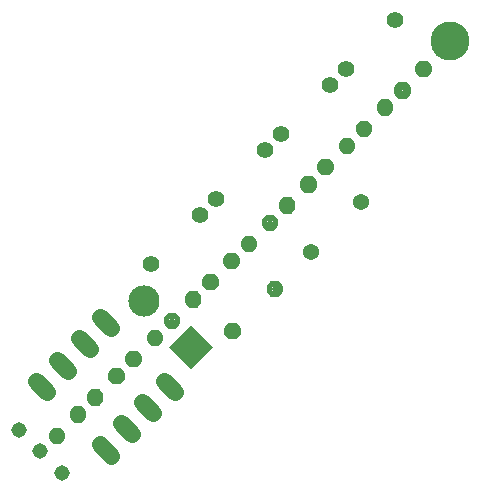
<source format=gbs>
G75*
G70*
%OFA0B0*%
%FSLAX24Y24*%
%IPPOS*%
%LPD*%
%AMOC8*
5,1,8,0,0,1.08239X$1,22.5*
%
%ADD10C,0.1300*%
%ADD11C,0.0560*%
%ADD12C,0.0112*%
%ADD13R,0.1040X0.1040*%
%ADD14C,0.1040*%
%ADD15C,0.0540*%
%ADD16C,0.0560*%
%ADD17C,0.0516*%
D10*
X018631Y018631D03*
D11*
X009072Y007318D02*
X009440Y006951D01*
X008733Y006244D02*
X008365Y006611D01*
X007658Y005904D02*
X008026Y005537D01*
X007318Y004829D02*
X006951Y005197D01*
X005197Y006951D02*
X004829Y007318D01*
X005537Y008026D02*
X005904Y007658D01*
X006611Y008365D02*
X006244Y008733D01*
X006951Y009440D02*
X007318Y009072D01*
D12*
X007894Y008024D02*
X007838Y007968D01*
X007838Y008154D01*
X007968Y008284D01*
X008154Y008284D01*
X008284Y008154D01*
X008284Y007968D01*
X008154Y007838D01*
X007968Y007838D01*
X007838Y007968D01*
X007922Y008003D01*
X007922Y008119D01*
X008003Y008200D01*
X008119Y008200D01*
X008200Y008119D01*
X008200Y008003D01*
X008119Y007922D01*
X008003Y007922D01*
X007922Y008003D01*
X008006Y008038D01*
X008006Y008084D01*
X008038Y008116D01*
X008084Y008116D01*
X008116Y008084D01*
X008116Y008038D01*
X008084Y008006D01*
X008038Y008006D01*
X008006Y008038D01*
X007321Y007451D02*
X007265Y007395D01*
X007265Y007581D01*
X007395Y007711D01*
X007581Y007711D01*
X007711Y007581D01*
X007711Y007395D01*
X007581Y007265D01*
X007395Y007265D01*
X007265Y007395D01*
X007349Y007430D01*
X007349Y007546D01*
X007430Y007627D01*
X007546Y007627D01*
X007627Y007546D01*
X007627Y007430D01*
X007546Y007349D01*
X007430Y007349D01*
X007349Y007430D01*
X007433Y007465D01*
X007433Y007511D01*
X007465Y007543D01*
X007511Y007543D01*
X007543Y007511D01*
X007543Y007465D01*
X007511Y007433D01*
X007465Y007433D01*
X007433Y007465D01*
X006614Y006744D02*
X006558Y006688D01*
X006558Y006874D01*
X006688Y007004D01*
X006874Y007004D01*
X007004Y006874D01*
X007004Y006688D01*
X006874Y006558D01*
X006688Y006558D01*
X006558Y006688D01*
X006642Y006723D01*
X006642Y006839D01*
X006723Y006920D01*
X006839Y006920D01*
X006920Y006839D01*
X006920Y006723D01*
X006839Y006642D01*
X006723Y006642D01*
X006642Y006723D01*
X006726Y006758D01*
X006726Y006804D01*
X006758Y006836D01*
X006804Y006836D01*
X006836Y006804D01*
X006836Y006758D01*
X006804Y006726D01*
X006758Y006726D01*
X006726Y006758D01*
X006042Y006172D02*
X005986Y006116D01*
X005986Y006302D01*
X006116Y006432D01*
X006302Y006432D01*
X006432Y006302D01*
X006432Y006116D01*
X006302Y005986D01*
X006116Y005986D01*
X005986Y006116D01*
X006070Y006151D01*
X006070Y006267D01*
X006151Y006348D01*
X006267Y006348D01*
X006348Y006267D01*
X006348Y006151D01*
X006267Y006070D01*
X006151Y006070D01*
X006070Y006151D01*
X006154Y006186D01*
X006154Y006232D01*
X006186Y006264D01*
X006232Y006264D01*
X006264Y006232D01*
X006264Y006186D01*
X006232Y006154D01*
X006186Y006154D01*
X006154Y006186D01*
X005335Y005465D02*
X005279Y005409D01*
X005279Y005595D01*
X005409Y005725D01*
X005595Y005725D01*
X005725Y005595D01*
X005725Y005409D01*
X005595Y005279D01*
X005409Y005279D01*
X005279Y005409D01*
X005363Y005444D01*
X005363Y005560D01*
X005444Y005641D01*
X005560Y005641D01*
X005641Y005560D01*
X005641Y005444D01*
X005560Y005363D01*
X005444Y005363D01*
X005363Y005444D01*
X005447Y005479D01*
X005447Y005525D01*
X005479Y005557D01*
X005525Y005557D01*
X005557Y005525D01*
X005557Y005479D01*
X005525Y005447D01*
X005479Y005447D01*
X005447Y005479D01*
X008601Y008731D02*
X008545Y008675D01*
X008545Y008861D01*
X008675Y008991D01*
X008861Y008991D01*
X008991Y008861D01*
X008991Y008675D01*
X008861Y008545D01*
X008675Y008545D01*
X008545Y008675D01*
X008629Y008710D01*
X008629Y008826D01*
X008710Y008907D01*
X008826Y008907D01*
X008907Y008826D01*
X008907Y008710D01*
X008826Y008629D01*
X008710Y008629D01*
X008629Y008710D01*
X008713Y008745D01*
X008713Y008791D01*
X008745Y008823D01*
X008791Y008823D01*
X008823Y008791D01*
X008823Y008745D01*
X008791Y008713D01*
X008745Y008713D01*
X008713Y008745D01*
X009173Y009303D02*
X009117Y009247D01*
X009117Y009433D01*
X009247Y009563D01*
X009433Y009563D01*
X009563Y009433D01*
X009563Y009247D01*
X009433Y009117D01*
X009247Y009117D01*
X009117Y009247D01*
X009201Y009282D01*
X009201Y009398D01*
X009282Y009479D01*
X009398Y009479D01*
X009479Y009398D01*
X009479Y009282D01*
X009398Y009201D01*
X009282Y009201D01*
X009201Y009282D01*
X009285Y009317D01*
X009285Y009363D01*
X009317Y009395D01*
X009363Y009395D01*
X009395Y009363D01*
X009395Y009317D01*
X009363Y009285D01*
X009317Y009285D01*
X009285Y009317D01*
X009880Y010010D02*
X009824Y009954D01*
X009824Y010140D01*
X009954Y010270D01*
X010140Y010270D01*
X010270Y010140D01*
X010270Y009954D01*
X010140Y009824D01*
X009954Y009824D01*
X009824Y009954D01*
X009908Y009989D01*
X009908Y010105D01*
X009989Y010186D01*
X010105Y010186D01*
X010186Y010105D01*
X010186Y009989D01*
X010105Y009908D01*
X009989Y009908D01*
X009908Y009989D01*
X009992Y010024D01*
X009992Y010070D01*
X010024Y010102D01*
X010070Y010102D01*
X010102Y010070D01*
X010102Y010024D01*
X010070Y009992D01*
X010024Y009992D01*
X009992Y010024D01*
X010453Y010583D02*
X010397Y010527D01*
X010397Y010713D01*
X010527Y010843D01*
X010713Y010843D01*
X010843Y010713D01*
X010843Y010527D01*
X010713Y010397D01*
X010527Y010397D01*
X010397Y010527D01*
X010481Y010562D01*
X010481Y010678D01*
X010562Y010759D01*
X010678Y010759D01*
X010759Y010678D01*
X010759Y010562D01*
X010678Y010481D01*
X010562Y010481D01*
X010481Y010562D01*
X010565Y010597D01*
X010565Y010643D01*
X010597Y010675D01*
X010643Y010675D01*
X010675Y010643D01*
X010675Y010597D01*
X010643Y010565D01*
X010597Y010565D01*
X010565Y010597D01*
X011160Y011290D02*
X011104Y011234D01*
X011104Y011420D01*
X011234Y011550D01*
X011420Y011550D01*
X011550Y011420D01*
X011550Y011234D01*
X011420Y011104D01*
X011234Y011104D01*
X011104Y011234D01*
X011188Y011269D01*
X011188Y011385D01*
X011269Y011466D01*
X011385Y011466D01*
X011466Y011385D01*
X011466Y011269D01*
X011385Y011188D01*
X011269Y011188D01*
X011188Y011269D01*
X011272Y011304D01*
X011272Y011350D01*
X011304Y011382D01*
X011350Y011382D01*
X011382Y011350D01*
X011382Y011304D01*
X011350Y011272D01*
X011304Y011272D01*
X011272Y011304D01*
X011732Y011862D02*
X011676Y011806D01*
X011676Y011992D01*
X011806Y012122D01*
X011992Y012122D01*
X012122Y011992D01*
X012122Y011806D01*
X011992Y011676D01*
X011806Y011676D01*
X011676Y011806D01*
X011760Y011841D01*
X011760Y011957D01*
X011841Y012038D01*
X011957Y012038D01*
X012038Y011957D01*
X012038Y011841D01*
X011957Y011760D01*
X011841Y011760D01*
X011760Y011841D01*
X011844Y011876D01*
X011844Y011922D01*
X011876Y011954D01*
X011922Y011954D01*
X011954Y011922D01*
X011954Y011876D01*
X011922Y011844D01*
X011876Y011844D01*
X011844Y011876D01*
X012439Y012569D02*
X012383Y012513D01*
X012383Y012699D01*
X012513Y012829D01*
X012699Y012829D01*
X012829Y012699D01*
X012829Y012513D01*
X012699Y012383D01*
X012513Y012383D01*
X012383Y012513D01*
X012467Y012548D01*
X012467Y012664D01*
X012548Y012745D01*
X012664Y012745D01*
X012745Y012664D01*
X012745Y012548D01*
X012664Y012467D01*
X012548Y012467D01*
X012467Y012548D01*
X012551Y012583D01*
X012551Y012629D01*
X012583Y012661D01*
X012629Y012661D01*
X012661Y012629D01*
X012661Y012583D01*
X012629Y012551D01*
X012583Y012551D01*
X012551Y012583D01*
X013012Y013142D02*
X012956Y013086D01*
X012956Y013272D01*
X013086Y013402D01*
X013272Y013402D01*
X013402Y013272D01*
X013402Y013086D01*
X013272Y012956D01*
X013086Y012956D01*
X012956Y013086D01*
X013040Y013121D01*
X013040Y013237D01*
X013121Y013318D01*
X013237Y013318D01*
X013318Y013237D01*
X013318Y013121D01*
X013237Y013040D01*
X013121Y013040D01*
X013040Y013121D01*
X013124Y013156D01*
X013124Y013202D01*
X013156Y013234D01*
X013202Y013234D01*
X013234Y013202D01*
X013234Y013156D01*
X013202Y013124D01*
X013156Y013124D01*
X013124Y013156D01*
X013719Y013849D02*
X013663Y013793D01*
X013663Y013979D01*
X013793Y014109D01*
X013979Y014109D01*
X014109Y013979D01*
X014109Y013793D01*
X013979Y013663D01*
X013793Y013663D01*
X013663Y013793D01*
X013747Y013828D01*
X013747Y013944D01*
X013828Y014025D01*
X013944Y014025D01*
X014025Y013944D01*
X014025Y013828D01*
X013944Y013747D01*
X013828Y013747D01*
X013747Y013828D01*
X013831Y013863D01*
X013831Y013909D01*
X013863Y013941D01*
X013909Y013941D01*
X013941Y013909D01*
X013941Y013863D01*
X013909Y013831D01*
X013863Y013831D01*
X013831Y013863D01*
X014291Y014421D02*
X014235Y014365D01*
X014235Y014551D01*
X014365Y014681D01*
X014551Y014681D01*
X014681Y014551D01*
X014681Y014365D01*
X014551Y014235D01*
X014365Y014235D01*
X014235Y014365D01*
X014319Y014400D01*
X014319Y014516D01*
X014400Y014597D01*
X014516Y014597D01*
X014597Y014516D01*
X014597Y014400D01*
X014516Y014319D01*
X014400Y014319D01*
X014319Y014400D01*
X014403Y014435D01*
X014403Y014481D01*
X014435Y014513D01*
X014481Y014513D01*
X014513Y014481D01*
X014513Y014435D01*
X014481Y014403D01*
X014435Y014403D01*
X014403Y014435D01*
X014998Y015128D02*
X014942Y015072D01*
X014942Y015258D01*
X015072Y015388D01*
X015258Y015388D01*
X015388Y015258D01*
X015388Y015072D01*
X015258Y014942D01*
X015072Y014942D01*
X014942Y015072D01*
X015026Y015107D01*
X015026Y015223D01*
X015107Y015304D01*
X015223Y015304D01*
X015304Y015223D01*
X015304Y015107D01*
X015223Y015026D01*
X015107Y015026D01*
X015026Y015107D01*
X015110Y015142D01*
X015110Y015188D01*
X015142Y015220D01*
X015188Y015220D01*
X015220Y015188D01*
X015220Y015142D01*
X015188Y015110D01*
X015142Y015110D01*
X015110Y015142D01*
X015571Y015701D02*
X015515Y015645D01*
X015515Y015831D01*
X015645Y015961D01*
X015831Y015961D01*
X015961Y015831D01*
X015961Y015645D01*
X015831Y015515D01*
X015645Y015515D01*
X015515Y015645D01*
X015599Y015680D01*
X015599Y015796D01*
X015680Y015877D01*
X015796Y015877D01*
X015877Y015796D01*
X015877Y015680D01*
X015796Y015599D01*
X015680Y015599D01*
X015599Y015680D01*
X015683Y015715D01*
X015683Y015761D01*
X015715Y015793D01*
X015761Y015793D01*
X015793Y015761D01*
X015793Y015715D01*
X015761Y015683D01*
X015715Y015683D01*
X015683Y015715D01*
X016278Y016408D02*
X016222Y016352D01*
X016222Y016538D01*
X016352Y016668D01*
X016538Y016668D01*
X016668Y016538D01*
X016668Y016352D01*
X016538Y016222D01*
X016352Y016222D01*
X016222Y016352D01*
X016306Y016387D01*
X016306Y016503D01*
X016387Y016584D01*
X016503Y016584D01*
X016584Y016503D01*
X016584Y016387D01*
X016503Y016306D01*
X016387Y016306D01*
X016306Y016387D01*
X016390Y016422D01*
X016390Y016468D01*
X016422Y016500D01*
X016468Y016500D01*
X016500Y016468D01*
X016500Y016422D01*
X016468Y016390D01*
X016422Y016390D01*
X016390Y016422D01*
X016850Y016980D02*
X016794Y016924D01*
X016794Y017110D01*
X016924Y017240D01*
X017110Y017240D01*
X017240Y017110D01*
X017240Y016924D01*
X017110Y016794D01*
X016924Y016794D01*
X016794Y016924D01*
X016878Y016959D01*
X016878Y017075D01*
X016959Y017156D01*
X017075Y017156D01*
X017156Y017075D01*
X017156Y016959D01*
X017075Y016878D01*
X016959Y016878D01*
X016878Y016959D01*
X016962Y016994D01*
X016962Y017040D01*
X016994Y017072D01*
X017040Y017072D01*
X017072Y017040D01*
X017072Y016994D01*
X017040Y016962D01*
X016994Y016962D01*
X016962Y016994D01*
X017557Y017687D02*
X017501Y017631D01*
X017501Y017817D01*
X017631Y017947D01*
X017817Y017947D01*
X017947Y017817D01*
X017947Y017631D01*
X017817Y017501D01*
X017631Y017501D01*
X017501Y017631D01*
X017585Y017666D01*
X017585Y017782D01*
X017666Y017863D01*
X017782Y017863D01*
X017863Y017782D01*
X017863Y017666D01*
X017782Y017585D01*
X017666Y017585D01*
X017585Y017666D01*
X017669Y017701D01*
X017669Y017747D01*
X017701Y017779D01*
X017747Y017779D01*
X017779Y017747D01*
X017779Y017701D01*
X017747Y017669D01*
X017701Y017669D01*
X017669Y017701D01*
X012930Y010438D02*
X012986Y010494D01*
X012986Y010308D01*
X012856Y010178D01*
X012670Y010178D01*
X012540Y010308D01*
X012540Y010494D01*
X012670Y010624D01*
X012856Y010624D01*
X012986Y010494D01*
X012902Y010459D01*
X012902Y010343D01*
X012821Y010262D01*
X012705Y010262D01*
X012624Y010343D01*
X012624Y010459D01*
X012705Y010540D01*
X012821Y010540D01*
X012902Y010459D01*
X012818Y010424D01*
X012818Y010378D01*
X012786Y010346D01*
X012740Y010346D01*
X012708Y010378D01*
X012708Y010424D01*
X012740Y010456D01*
X012786Y010456D01*
X012818Y010424D01*
X011516Y009024D02*
X011572Y009080D01*
X011572Y008894D01*
X011442Y008764D01*
X011256Y008764D01*
X011126Y008894D01*
X011126Y009080D01*
X011256Y009210D01*
X011442Y009210D01*
X011572Y009080D01*
X011488Y009045D01*
X011488Y008929D01*
X011407Y008848D01*
X011291Y008848D01*
X011210Y008929D01*
X011210Y009045D01*
X011291Y009126D01*
X011407Y009126D01*
X011488Y009045D01*
X011404Y009010D01*
X011404Y008964D01*
X011372Y008932D01*
X011326Y008932D01*
X011294Y008964D01*
X011294Y009010D01*
X011326Y009042D01*
X011372Y009042D01*
X011404Y009010D01*
D13*
G36*
X009981Y009167D02*
X010716Y008432D01*
X009981Y007697D01*
X009246Y008432D01*
X009981Y009167D01*
G37*
D14*
X008438Y009975D03*
D15*
X013977Y011614D03*
X015647Y013285D03*
D16*
X012992Y015551D03*
X012444Y015004D03*
X010827Y013386D03*
X010279Y012838D03*
X008662Y011221D03*
X014610Y017169D03*
X015158Y017717D03*
X016775Y019334D03*
D17*
X004969Y004969D03*
X004262Y005676D03*
X005676Y004262D03*
M02*

</source>
